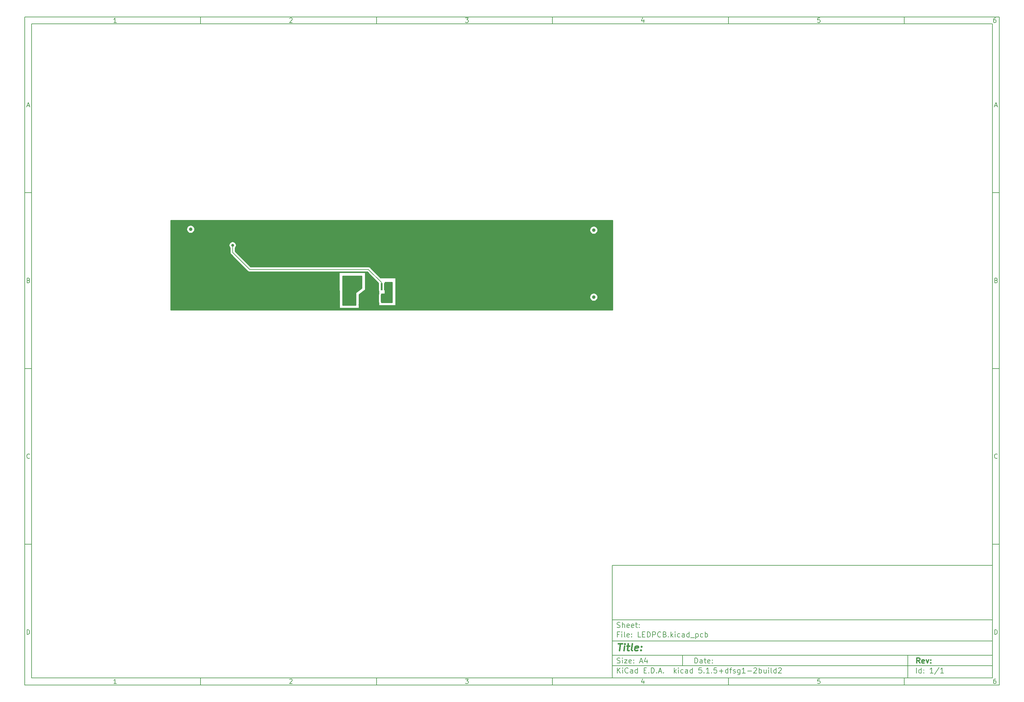
<source format=gbr>
G04 #@! TF.GenerationSoftware,KiCad,Pcbnew,5.1.5+dfsg1-2build2*
G04 #@! TF.CreationDate,2020-12-16T22:25:05+01:00*
G04 #@! TF.ProjectId,LEDPCB,4c454450-4342-42e6-9b69-6361645f7063,rev?*
G04 #@! TF.SameCoordinates,Original*
G04 #@! TF.FileFunction,Copper,L2,Bot*
G04 #@! TF.FilePolarity,Positive*
%FSLAX46Y46*%
G04 Gerber Fmt 4.6, Leading zero omitted, Abs format (unit mm)*
G04 Created by KiCad (PCBNEW 5.1.5+dfsg1-2build2) date 2020-12-16 22:25:05*
%MOMM*%
%LPD*%
G04 APERTURE LIST*
%ADD10C,0.100000*%
%ADD11C,0.150000*%
%ADD12C,0.300000*%
%ADD13C,0.400000*%
%ADD14R,0.500000X2.000000*%
%ADD15C,1.000000*%
%ADD16C,0.800000*%
%ADD17C,0.200000*%
%ADD18C,0.254000*%
G04 APERTURE END LIST*
D10*
D11*
X177002200Y-166007200D02*
X177002200Y-198007200D01*
X285002200Y-198007200D01*
X285002200Y-166007200D01*
X177002200Y-166007200D01*
D10*
D11*
X10000000Y-10000000D02*
X10000000Y-200007200D01*
X287002200Y-200007200D01*
X287002200Y-10000000D01*
X10000000Y-10000000D01*
D10*
D11*
X12000000Y-12000000D02*
X12000000Y-198007200D01*
X285002200Y-198007200D01*
X285002200Y-12000000D01*
X12000000Y-12000000D01*
D10*
D11*
X60000000Y-12000000D02*
X60000000Y-10000000D01*
D10*
D11*
X110000000Y-12000000D02*
X110000000Y-10000000D01*
D10*
D11*
X160000000Y-12000000D02*
X160000000Y-10000000D01*
D10*
D11*
X210000000Y-12000000D02*
X210000000Y-10000000D01*
D10*
D11*
X260000000Y-12000000D02*
X260000000Y-10000000D01*
D10*
D11*
X36065476Y-11588095D02*
X35322619Y-11588095D01*
X35694047Y-11588095D02*
X35694047Y-10288095D01*
X35570238Y-10473809D01*
X35446428Y-10597619D01*
X35322619Y-10659523D01*
D10*
D11*
X85322619Y-10411904D02*
X85384523Y-10350000D01*
X85508333Y-10288095D01*
X85817857Y-10288095D01*
X85941666Y-10350000D01*
X86003571Y-10411904D01*
X86065476Y-10535714D01*
X86065476Y-10659523D01*
X86003571Y-10845238D01*
X85260714Y-11588095D01*
X86065476Y-11588095D01*
D10*
D11*
X135260714Y-10288095D02*
X136065476Y-10288095D01*
X135632142Y-10783333D01*
X135817857Y-10783333D01*
X135941666Y-10845238D01*
X136003571Y-10907142D01*
X136065476Y-11030952D01*
X136065476Y-11340476D01*
X136003571Y-11464285D01*
X135941666Y-11526190D01*
X135817857Y-11588095D01*
X135446428Y-11588095D01*
X135322619Y-11526190D01*
X135260714Y-11464285D01*
D10*
D11*
X185941666Y-10721428D02*
X185941666Y-11588095D01*
X185632142Y-10226190D02*
X185322619Y-11154761D01*
X186127380Y-11154761D01*
D10*
D11*
X236003571Y-10288095D02*
X235384523Y-10288095D01*
X235322619Y-10907142D01*
X235384523Y-10845238D01*
X235508333Y-10783333D01*
X235817857Y-10783333D01*
X235941666Y-10845238D01*
X236003571Y-10907142D01*
X236065476Y-11030952D01*
X236065476Y-11340476D01*
X236003571Y-11464285D01*
X235941666Y-11526190D01*
X235817857Y-11588095D01*
X235508333Y-11588095D01*
X235384523Y-11526190D01*
X235322619Y-11464285D01*
D10*
D11*
X285941666Y-10288095D02*
X285694047Y-10288095D01*
X285570238Y-10350000D01*
X285508333Y-10411904D01*
X285384523Y-10597619D01*
X285322619Y-10845238D01*
X285322619Y-11340476D01*
X285384523Y-11464285D01*
X285446428Y-11526190D01*
X285570238Y-11588095D01*
X285817857Y-11588095D01*
X285941666Y-11526190D01*
X286003571Y-11464285D01*
X286065476Y-11340476D01*
X286065476Y-11030952D01*
X286003571Y-10907142D01*
X285941666Y-10845238D01*
X285817857Y-10783333D01*
X285570238Y-10783333D01*
X285446428Y-10845238D01*
X285384523Y-10907142D01*
X285322619Y-11030952D01*
D10*
D11*
X60000000Y-198007200D02*
X60000000Y-200007200D01*
D10*
D11*
X110000000Y-198007200D02*
X110000000Y-200007200D01*
D10*
D11*
X160000000Y-198007200D02*
X160000000Y-200007200D01*
D10*
D11*
X210000000Y-198007200D02*
X210000000Y-200007200D01*
D10*
D11*
X260000000Y-198007200D02*
X260000000Y-200007200D01*
D10*
D11*
X36065476Y-199595295D02*
X35322619Y-199595295D01*
X35694047Y-199595295D02*
X35694047Y-198295295D01*
X35570238Y-198481009D01*
X35446428Y-198604819D01*
X35322619Y-198666723D01*
D10*
D11*
X85322619Y-198419104D02*
X85384523Y-198357200D01*
X85508333Y-198295295D01*
X85817857Y-198295295D01*
X85941666Y-198357200D01*
X86003571Y-198419104D01*
X86065476Y-198542914D01*
X86065476Y-198666723D01*
X86003571Y-198852438D01*
X85260714Y-199595295D01*
X86065476Y-199595295D01*
D10*
D11*
X135260714Y-198295295D02*
X136065476Y-198295295D01*
X135632142Y-198790533D01*
X135817857Y-198790533D01*
X135941666Y-198852438D01*
X136003571Y-198914342D01*
X136065476Y-199038152D01*
X136065476Y-199347676D01*
X136003571Y-199471485D01*
X135941666Y-199533390D01*
X135817857Y-199595295D01*
X135446428Y-199595295D01*
X135322619Y-199533390D01*
X135260714Y-199471485D01*
D10*
D11*
X185941666Y-198728628D02*
X185941666Y-199595295D01*
X185632142Y-198233390D02*
X185322619Y-199161961D01*
X186127380Y-199161961D01*
D10*
D11*
X236003571Y-198295295D02*
X235384523Y-198295295D01*
X235322619Y-198914342D01*
X235384523Y-198852438D01*
X235508333Y-198790533D01*
X235817857Y-198790533D01*
X235941666Y-198852438D01*
X236003571Y-198914342D01*
X236065476Y-199038152D01*
X236065476Y-199347676D01*
X236003571Y-199471485D01*
X235941666Y-199533390D01*
X235817857Y-199595295D01*
X235508333Y-199595295D01*
X235384523Y-199533390D01*
X235322619Y-199471485D01*
D10*
D11*
X285941666Y-198295295D02*
X285694047Y-198295295D01*
X285570238Y-198357200D01*
X285508333Y-198419104D01*
X285384523Y-198604819D01*
X285322619Y-198852438D01*
X285322619Y-199347676D01*
X285384523Y-199471485D01*
X285446428Y-199533390D01*
X285570238Y-199595295D01*
X285817857Y-199595295D01*
X285941666Y-199533390D01*
X286003571Y-199471485D01*
X286065476Y-199347676D01*
X286065476Y-199038152D01*
X286003571Y-198914342D01*
X285941666Y-198852438D01*
X285817857Y-198790533D01*
X285570238Y-198790533D01*
X285446428Y-198852438D01*
X285384523Y-198914342D01*
X285322619Y-199038152D01*
D10*
D11*
X10000000Y-60000000D02*
X12000000Y-60000000D01*
D10*
D11*
X10000000Y-110000000D02*
X12000000Y-110000000D01*
D10*
D11*
X10000000Y-160000000D02*
X12000000Y-160000000D01*
D10*
D11*
X10690476Y-35216666D02*
X11309523Y-35216666D01*
X10566666Y-35588095D02*
X11000000Y-34288095D01*
X11433333Y-35588095D01*
D10*
D11*
X11092857Y-84907142D02*
X11278571Y-84969047D01*
X11340476Y-85030952D01*
X11402380Y-85154761D01*
X11402380Y-85340476D01*
X11340476Y-85464285D01*
X11278571Y-85526190D01*
X11154761Y-85588095D01*
X10659523Y-85588095D01*
X10659523Y-84288095D01*
X11092857Y-84288095D01*
X11216666Y-84350000D01*
X11278571Y-84411904D01*
X11340476Y-84535714D01*
X11340476Y-84659523D01*
X11278571Y-84783333D01*
X11216666Y-84845238D01*
X11092857Y-84907142D01*
X10659523Y-84907142D01*
D10*
D11*
X11402380Y-135464285D02*
X11340476Y-135526190D01*
X11154761Y-135588095D01*
X11030952Y-135588095D01*
X10845238Y-135526190D01*
X10721428Y-135402380D01*
X10659523Y-135278571D01*
X10597619Y-135030952D01*
X10597619Y-134845238D01*
X10659523Y-134597619D01*
X10721428Y-134473809D01*
X10845238Y-134350000D01*
X11030952Y-134288095D01*
X11154761Y-134288095D01*
X11340476Y-134350000D01*
X11402380Y-134411904D01*
D10*
D11*
X10659523Y-185588095D02*
X10659523Y-184288095D01*
X10969047Y-184288095D01*
X11154761Y-184350000D01*
X11278571Y-184473809D01*
X11340476Y-184597619D01*
X11402380Y-184845238D01*
X11402380Y-185030952D01*
X11340476Y-185278571D01*
X11278571Y-185402380D01*
X11154761Y-185526190D01*
X10969047Y-185588095D01*
X10659523Y-185588095D01*
D10*
D11*
X287002200Y-60000000D02*
X285002200Y-60000000D01*
D10*
D11*
X287002200Y-110000000D02*
X285002200Y-110000000D01*
D10*
D11*
X287002200Y-160000000D02*
X285002200Y-160000000D01*
D10*
D11*
X285692676Y-35216666D02*
X286311723Y-35216666D01*
X285568866Y-35588095D02*
X286002200Y-34288095D01*
X286435533Y-35588095D01*
D10*
D11*
X286095057Y-84907142D02*
X286280771Y-84969047D01*
X286342676Y-85030952D01*
X286404580Y-85154761D01*
X286404580Y-85340476D01*
X286342676Y-85464285D01*
X286280771Y-85526190D01*
X286156961Y-85588095D01*
X285661723Y-85588095D01*
X285661723Y-84288095D01*
X286095057Y-84288095D01*
X286218866Y-84350000D01*
X286280771Y-84411904D01*
X286342676Y-84535714D01*
X286342676Y-84659523D01*
X286280771Y-84783333D01*
X286218866Y-84845238D01*
X286095057Y-84907142D01*
X285661723Y-84907142D01*
D10*
D11*
X286404580Y-135464285D02*
X286342676Y-135526190D01*
X286156961Y-135588095D01*
X286033152Y-135588095D01*
X285847438Y-135526190D01*
X285723628Y-135402380D01*
X285661723Y-135278571D01*
X285599819Y-135030952D01*
X285599819Y-134845238D01*
X285661723Y-134597619D01*
X285723628Y-134473809D01*
X285847438Y-134350000D01*
X286033152Y-134288095D01*
X286156961Y-134288095D01*
X286342676Y-134350000D01*
X286404580Y-134411904D01*
D10*
D11*
X285661723Y-185588095D02*
X285661723Y-184288095D01*
X285971247Y-184288095D01*
X286156961Y-184350000D01*
X286280771Y-184473809D01*
X286342676Y-184597619D01*
X286404580Y-184845238D01*
X286404580Y-185030952D01*
X286342676Y-185278571D01*
X286280771Y-185402380D01*
X286156961Y-185526190D01*
X285971247Y-185588095D01*
X285661723Y-185588095D01*
D10*
D11*
X200434342Y-193785771D02*
X200434342Y-192285771D01*
X200791485Y-192285771D01*
X201005771Y-192357200D01*
X201148628Y-192500057D01*
X201220057Y-192642914D01*
X201291485Y-192928628D01*
X201291485Y-193142914D01*
X201220057Y-193428628D01*
X201148628Y-193571485D01*
X201005771Y-193714342D01*
X200791485Y-193785771D01*
X200434342Y-193785771D01*
X202577200Y-193785771D02*
X202577200Y-193000057D01*
X202505771Y-192857200D01*
X202362914Y-192785771D01*
X202077200Y-192785771D01*
X201934342Y-192857200D01*
X202577200Y-193714342D02*
X202434342Y-193785771D01*
X202077200Y-193785771D01*
X201934342Y-193714342D01*
X201862914Y-193571485D01*
X201862914Y-193428628D01*
X201934342Y-193285771D01*
X202077200Y-193214342D01*
X202434342Y-193214342D01*
X202577200Y-193142914D01*
X203077200Y-192785771D02*
X203648628Y-192785771D01*
X203291485Y-192285771D02*
X203291485Y-193571485D01*
X203362914Y-193714342D01*
X203505771Y-193785771D01*
X203648628Y-193785771D01*
X204720057Y-193714342D02*
X204577200Y-193785771D01*
X204291485Y-193785771D01*
X204148628Y-193714342D01*
X204077200Y-193571485D01*
X204077200Y-193000057D01*
X204148628Y-192857200D01*
X204291485Y-192785771D01*
X204577200Y-192785771D01*
X204720057Y-192857200D01*
X204791485Y-193000057D01*
X204791485Y-193142914D01*
X204077200Y-193285771D01*
X205434342Y-193642914D02*
X205505771Y-193714342D01*
X205434342Y-193785771D01*
X205362914Y-193714342D01*
X205434342Y-193642914D01*
X205434342Y-193785771D01*
X205434342Y-192857200D02*
X205505771Y-192928628D01*
X205434342Y-193000057D01*
X205362914Y-192928628D01*
X205434342Y-192857200D01*
X205434342Y-193000057D01*
D10*
D11*
X177002200Y-194507200D02*
X285002200Y-194507200D01*
D10*
D11*
X178434342Y-196585771D02*
X178434342Y-195085771D01*
X179291485Y-196585771D02*
X178648628Y-195728628D01*
X179291485Y-195085771D02*
X178434342Y-195942914D01*
X179934342Y-196585771D02*
X179934342Y-195585771D01*
X179934342Y-195085771D02*
X179862914Y-195157200D01*
X179934342Y-195228628D01*
X180005771Y-195157200D01*
X179934342Y-195085771D01*
X179934342Y-195228628D01*
X181505771Y-196442914D02*
X181434342Y-196514342D01*
X181220057Y-196585771D01*
X181077200Y-196585771D01*
X180862914Y-196514342D01*
X180720057Y-196371485D01*
X180648628Y-196228628D01*
X180577200Y-195942914D01*
X180577200Y-195728628D01*
X180648628Y-195442914D01*
X180720057Y-195300057D01*
X180862914Y-195157200D01*
X181077200Y-195085771D01*
X181220057Y-195085771D01*
X181434342Y-195157200D01*
X181505771Y-195228628D01*
X182791485Y-196585771D02*
X182791485Y-195800057D01*
X182720057Y-195657200D01*
X182577200Y-195585771D01*
X182291485Y-195585771D01*
X182148628Y-195657200D01*
X182791485Y-196514342D02*
X182648628Y-196585771D01*
X182291485Y-196585771D01*
X182148628Y-196514342D01*
X182077200Y-196371485D01*
X182077200Y-196228628D01*
X182148628Y-196085771D01*
X182291485Y-196014342D01*
X182648628Y-196014342D01*
X182791485Y-195942914D01*
X184148628Y-196585771D02*
X184148628Y-195085771D01*
X184148628Y-196514342D02*
X184005771Y-196585771D01*
X183720057Y-196585771D01*
X183577200Y-196514342D01*
X183505771Y-196442914D01*
X183434342Y-196300057D01*
X183434342Y-195871485D01*
X183505771Y-195728628D01*
X183577200Y-195657200D01*
X183720057Y-195585771D01*
X184005771Y-195585771D01*
X184148628Y-195657200D01*
X186005771Y-195800057D02*
X186505771Y-195800057D01*
X186720057Y-196585771D02*
X186005771Y-196585771D01*
X186005771Y-195085771D01*
X186720057Y-195085771D01*
X187362914Y-196442914D02*
X187434342Y-196514342D01*
X187362914Y-196585771D01*
X187291485Y-196514342D01*
X187362914Y-196442914D01*
X187362914Y-196585771D01*
X188077200Y-196585771D02*
X188077200Y-195085771D01*
X188434342Y-195085771D01*
X188648628Y-195157200D01*
X188791485Y-195300057D01*
X188862914Y-195442914D01*
X188934342Y-195728628D01*
X188934342Y-195942914D01*
X188862914Y-196228628D01*
X188791485Y-196371485D01*
X188648628Y-196514342D01*
X188434342Y-196585771D01*
X188077200Y-196585771D01*
X189577200Y-196442914D02*
X189648628Y-196514342D01*
X189577200Y-196585771D01*
X189505771Y-196514342D01*
X189577200Y-196442914D01*
X189577200Y-196585771D01*
X190220057Y-196157200D02*
X190934342Y-196157200D01*
X190077200Y-196585771D02*
X190577200Y-195085771D01*
X191077200Y-196585771D01*
X191577200Y-196442914D02*
X191648628Y-196514342D01*
X191577200Y-196585771D01*
X191505771Y-196514342D01*
X191577200Y-196442914D01*
X191577200Y-196585771D01*
X194577200Y-196585771D02*
X194577200Y-195085771D01*
X194720057Y-196014342D02*
X195148628Y-196585771D01*
X195148628Y-195585771D02*
X194577200Y-196157200D01*
X195791485Y-196585771D02*
X195791485Y-195585771D01*
X195791485Y-195085771D02*
X195720057Y-195157200D01*
X195791485Y-195228628D01*
X195862914Y-195157200D01*
X195791485Y-195085771D01*
X195791485Y-195228628D01*
X197148628Y-196514342D02*
X197005771Y-196585771D01*
X196720057Y-196585771D01*
X196577200Y-196514342D01*
X196505771Y-196442914D01*
X196434342Y-196300057D01*
X196434342Y-195871485D01*
X196505771Y-195728628D01*
X196577200Y-195657200D01*
X196720057Y-195585771D01*
X197005771Y-195585771D01*
X197148628Y-195657200D01*
X198434342Y-196585771D02*
X198434342Y-195800057D01*
X198362914Y-195657200D01*
X198220057Y-195585771D01*
X197934342Y-195585771D01*
X197791485Y-195657200D01*
X198434342Y-196514342D02*
X198291485Y-196585771D01*
X197934342Y-196585771D01*
X197791485Y-196514342D01*
X197720057Y-196371485D01*
X197720057Y-196228628D01*
X197791485Y-196085771D01*
X197934342Y-196014342D01*
X198291485Y-196014342D01*
X198434342Y-195942914D01*
X199791485Y-196585771D02*
X199791485Y-195085771D01*
X199791485Y-196514342D02*
X199648628Y-196585771D01*
X199362914Y-196585771D01*
X199220057Y-196514342D01*
X199148628Y-196442914D01*
X199077200Y-196300057D01*
X199077200Y-195871485D01*
X199148628Y-195728628D01*
X199220057Y-195657200D01*
X199362914Y-195585771D01*
X199648628Y-195585771D01*
X199791485Y-195657200D01*
X202362914Y-195085771D02*
X201648628Y-195085771D01*
X201577200Y-195800057D01*
X201648628Y-195728628D01*
X201791485Y-195657200D01*
X202148628Y-195657200D01*
X202291485Y-195728628D01*
X202362914Y-195800057D01*
X202434342Y-195942914D01*
X202434342Y-196300057D01*
X202362914Y-196442914D01*
X202291485Y-196514342D01*
X202148628Y-196585771D01*
X201791485Y-196585771D01*
X201648628Y-196514342D01*
X201577200Y-196442914D01*
X203077200Y-196442914D02*
X203148628Y-196514342D01*
X203077200Y-196585771D01*
X203005771Y-196514342D01*
X203077200Y-196442914D01*
X203077200Y-196585771D01*
X204577200Y-196585771D02*
X203720057Y-196585771D01*
X204148628Y-196585771D02*
X204148628Y-195085771D01*
X204005771Y-195300057D01*
X203862914Y-195442914D01*
X203720057Y-195514342D01*
X205220057Y-196442914D02*
X205291485Y-196514342D01*
X205220057Y-196585771D01*
X205148628Y-196514342D01*
X205220057Y-196442914D01*
X205220057Y-196585771D01*
X206648628Y-195085771D02*
X205934342Y-195085771D01*
X205862914Y-195800057D01*
X205934342Y-195728628D01*
X206077200Y-195657200D01*
X206434342Y-195657200D01*
X206577200Y-195728628D01*
X206648628Y-195800057D01*
X206720057Y-195942914D01*
X206720057Y-196300057D01*
X206648628Y-196442914D01*
X206577200Y-196514342D01*
X206434342Y-196585771D01*
X206077200Y-196585771D01*
X205934342Y-196514342D01*
X205862914Y-196442914D01*
X207362914Y-196014342D02*
X208505771Y-196014342D01*
X207934342Y-196585771D02*
X207934342Y-195442914D01*
X209862914Y-196585771D02*
X209862914Y-195085771D01*
X209862914Y-196514342D02*
X209720057Y-196585771D01*
X209434342Y-196585771D01*
X209291485Y-196514342D01*
X209220057Y-196442914D01*
X209148628Y-196300057D01*
X209148628Y-195871485D01*
X209220057Y-195728628D01*
X209291485Y-195657200D01*
X209434342Y-195585771D01*
X209720057Y-195585771D01*
X209862914Y-195657200D01*
X210362914Y-195585771D02*
X210934342Y-195585771D01*
X210577200Y-196585771D02*
X210577200Y-195300057D01*
X210648628Y-195157200D01*
X210791485Y-195085771D01*
X210934342Y-195085771D01*
X211362914Y-196514342D02*
X211505771Y-196585771D01*
X211791485Y-196585771D01*
X211934342Y-196514342D01*
X212005771Y-196371485D01*
X212005771Y-196300057D01*
X211934342Y-196157200D01*
X211791485Y-196085771D01*
X211577200Y-196085771D01*
X211434342Y-196014342D01*
X211362914Y-195871485D01*
X211362914Y-195800057D01*
X211434342Y-195657200D01*
X211577200Y-195585771D01*
X211791485Y-195585771D01*
X211934342Y-195657200D01*
X213291485Y-195585771D02*
X213291485Y-196800057D01*
X213220057Y-196942914D01*
X213148628Y-197014342D01*
X213005771Y-197085771D01*
X212791485Y-197085771D01*
X212648628Y-197014342D01*
X213291485Y-196514342D02*
X213148628Y-196585771D01*
X212862914Y-196585771D01*
X212720057Y-196514342D01*
X212648628Y-196442914D01*
X212577200Y-196300057D01*
X212577200Y-195871485D01*
X212648628Y-195728628D01*
X212720057Y-195657200D01*
X212862914Y-195585771D01*
X213148628Y-195585771D01*
X213291485Y-195657200D01*
X214791485Y-196585771D02*
X213934342Y-196585771D01*
X214362914Y-196585771D02*
X214362914Y-195085771D01*
X214220057Y-195300057D01*
X214077200Y-195442914D01*
X213934342Y-195514342D01*
X215434342Y-196014342D02*
X216577200Y-196014342D01*
X217220057Y-195228628D02*
X217291485Y-195157200D01*
X217434342Y-195085771D01*
X217791485Y-195085771D01*
X217934342Y-195157200D01*
X218005771Y-195228628D01*
X218077200Y-195371485D01*
X218077200Y-195514342D01*
X218005771Y-195728628D01*
X217148628Y-196585771D01*
X218077200Y-196585771D01*
X218720057Y-196585771D02*
X218720057Y-195085771D01*
X218720057Y-195657200D02*
X218862914Y-195585771D01*
X219148628Y-195585771D01*
X219291485Y-195657200D01*
X219362914Y-195728628D01*
X219434342Y-195871485D01*
X219434342Y-196300057D01*
X219362914Y-196442914D01*
X219291485Y-196514342D01*
X219148628Y-196585771D01*
X218862914Y-196585771D01*
X218720057Y-196514342D01*
X220720057Y-195585771D02*
X220720057Y-196585771D01*
X220077200Y-195585771D02*
X220077200Y-196371485D01*
X220148628Y-196514342D01*
X220291485Y-196585771D01*
X220505771Y-196585771D01*
X220648628Y-196514342D01*
X220720057Y-196442914D01*
X221434342Y-196585771D02*
X221434342Y-195585771D01*
X221434342Y-195085771D02*
X221362914Y-195157200D01*
X221434342Y-195228628D01*
X221505771Y-195157200D01*
X221434342Y-195085771D01*
X221434342Y-195228628D01*
X222362914Y-196585771D02*
X222220057Y-196514342D01*
X222148628Y-196371485D01*
X222148628Y-195085771D01*
X223577200Y-196585771D02*
X223577200Y-195085771D01*
X223577200Y-196514342D02*
X223434342Y-196585771D01*
X223148628Y-196585771D01*
X223005771Y-196514342D01*
X222934342Y-196442914D01*
X222862914Y-196300057D01*
X222862914Y-195871485D01*
X222934342Y-195728628D01*
X223005771Y-195657200D01*
X223148628Y-195585771D01*
X223434342Y-195585771D01*
X223577200Y-195657200D01*
X224220057Y-195228628D02*
X224291485Y-195157200D01*
X224434342Y-195085771D01*
X224791485Y-195085771D01*
X224934342Y-195157200D01*
X225005771Y-195228628D01*
X225077200Y-195371485D01*
X225077200Y-195514342D01*
X225005771Y-195728628D01*
X224148628Y-196585771D01*
X225077200Y-196585771D01*
D10*
D11*
X177002200Y-191507200D02*
X285002200Y-191507200D01*
D10*
D12*
X264411485Y-193785771D02*
X263911485Y-193071485D01*
X263554342Y-193785771D02*
X263554342Y-192285771D01*
X264125771Y-192285771D01*
X264268628Y-192357200D01*
X264340057Y-192428628D01*
X264411485Y-192571485D01*
X264411485Y-192785771D01*
X264340057Y-192928628D01*
X264268628Y-193000057D01*
X264125771Y-193071485D01*
X263554342Y-193071485D01*
X265625771Y-193714342D02*
X265482914Y-193785771D01*
X265197200Y-193785771D01*
X265054342Y-193714342D01*
X264982914Y-193571485D01*
X264982914Y-193000057D01*
X265054342Y-192857200D01*
X265197200Y-192785771D01*
X265482914Y-192785771D01*
X265625771Y-192857200D01*
X265697200Y-193000057D01*
X265697200Y-193142914D01*
X264982914Y-193285771D01*
X266197200Y-192785771D02*
X266554342Y-193785771D01*
X266911485Y-192785771D01*
X267482914Y-193642914D02*
X267554342Y-193714342D01*
X267482914Y-193785771D01*
X267411485Y-193714342D01*
X267482914Y-193642914D01*
X267482914Y-193785771D01*
X267482914Y-192857200D02*
X267554342Y-192928628D01*
X267482914Y-193000057D01*
X267411485Y-192928628D01*
X267482914Y-192857200D01*
X267482914Y-193000057D01*
D10*
D11*
X178362914Y-193714342D02*
X178577200Y-193785771D01*
X178934342Y-193785771D01*
X179077200Y-193714342D01*
X179148628Y-193642914D01*
X179220057Y-193500057D01*
X179220057Y-193357200D01*
X179148628Y-193214342D01*
X179077200Y-193142914D01*
X178934342Y-193071485D01*
X178648628Y-193000057D01*
X178505771Y-192928628D01*
X178434342Y-192857200D01*
X178362914Y-192714342D01*
X178362914Y-192571485D01*
X178434342Y-192428628D01*
X178505771Y-192357200D01*
X178648628Y-192285771D01*
X179005771Y-192285771D01*
X179220057Y-192357200D01*
X179862914Y-193785771D02*
X179862914Y-192785771D01*
X179862914Y-192285771D02*
X179791485Y-192357200D01*
X179862914Y-192428628D01*
X179934342Y-192357200D01*
X179862914Y-192285771D01*
X179862914Y-192428628D01*
X180434342Y-192785771D02*
X181220057Y-192785771D01*
X180434342Y-193785771D01*
X181220057Y-193785771D01*
X182362914Y-193714342D02*
X182220057Y-193785771D01*
X181934342Y-193785771D01*
X181791485Y-193714342D01*
X181720057Y-193571485D01*
X181720057Y-193000057D01*
X181791485Y-192857200D01*
X181934342Y-192785771D01*
X182220057Y-192785771D01*
X182362914Y-192857200D01*
X182434342Y-193000057D01*
X182434342Y-193142914D01*
X181720057Y-193285771D01*
X183077200Y-193642914D02*
X183148628Y-193714342D01*
X183077200Y-193785771D01*
X183005771Y-193714342D01*
X183077200Y-193642914D01*
X183077200Y-193785771D01*
X183077200Y-192857200D02*
X183148628Y-192928628D01*
X183077200Y-193000057D01*
X183005771Y-192928628D01*
X183077200Y-192857200D01*
X183077200Y-193000057D01*
X184862914Y-193357200D02*
X185577200Y-193357200D01*
X184720057Y-193785771D02*
X185220057Y-192285771D01*
X185720057Y-193785771D01*
X186862914Y-192785771D02*
X186862914Y-193785771D01*
X186505771Y-192214342D02*
X186148628Y-193285771D01*
X187077200Y-193285771D01*
D10*
D11*
X263434342Y-196585771D02*
X263434342Y-195085771D01*
X264791485Y-196585771D02*
X264791485Y-195085771D01*
X264791485Y-196514342D02*
X264648628Y-196585771D01*
X264362914Y-196585771D01*
X264220057Y-196514342D01*
X264148628Y-196442914D01*
X264077200Y-196300057D01*
X264077200Y-195871485D01*
X264148628Y-195728628D01*
X264220057Y-195657200D01*
X264362914Y-195585771D01*
X264648628Y-195585771D01*
X264791485Y-195657200D01*
X265505771Y-196442914D02*
X265577200Y-196514342D01*
X265505771Y-196585771D01*
X265434342Y-196514342D01*
X265505771Y-196442914D01*
X265505771Y-196585771D01*
X265505771Y-195657200D02*
X265577200Y-195728628D01*
X265505771Y-195800057D01*
X265434342Y-195728628D01*
X265505771Y-195657200D01*
X265505771Y-195800057D01*
X268148628Y-196585771D02*
X267291485Y-196585771D01*
X267720057Y-196585771D02*
X267720057Y-195085771D01*
X267577200Y-195300057D01*
X267434342Y-195442914D01*
X267291485Y-195514342D01*
X269862914Y-195014342D02*
X268577200Y-196942914D01*
X271148628Y-196585771D02*
X270291485Y-196585771D01*
X270720057Y-196585771D02*
X270720057Y-195085771D01*
X270577200Y-195300057D01*
X270434342Y-195442914D01*
X270291485Y-195514342D01*
D10*
D11*
X177002200Y-187507200D02*
X285002200Y-187507200D01*
D10*
D13*
X178714580Y-188211961D02*
X179857438Y-188211961D01*
X179036009Y-190211961D02*
X179286009Y-188211961D01*
X180274104Y-190211961D02*
X180440771Y-188878628D01*
X180524104Y-188211961D02*
X180416961Y-188307200D01*
X180500295Y-188402438D01*
X180607438Y-188307200D01*
X180524104Y-188211961D01*
X180500295Y-188402438D01*
X181107438Y-188878628D02*
X181869342Y-188878628D01*
X181476485Y-188211961D02*
X181262200Y-189926247D01*
X181333628Y-190116723D01*
X181512200Y-190211961D01*
X181702676Y-190211961D01*
X182655057Y-190211961D02*
X182476485Y-190116723D01*
X182405057Y-189926247D01*
X182619342Y-188211961D01*
X184190771Y-190116723D02*
X183988390Y-190211961D01*
X183607438Y-190211961D01*
X183428866Y-190116723D01*
X183357438Y-189926247D01*
X183452676Y-189164342D01*
X183571723Y-188973866D01*
X183774104Y-188878628D01*
X184155057Y-188878628D01*
X184333628Y-188973866D01*
X184405057Y-189164342D01*
X184381247Y-189354819D01*
X183405057Y-189545295D01*
X185155057Y-190021485D02*
X185238390Y-190116723D01*
X185131247Y-190211961D01*
X185047914Y-190116723D01*
X185155057Y-190021485D01*
X185131247Y-190211961D01*
X185286009Y-188973866D02*
X185369342Y-189069104D01*
X185262200Y-189164342D01*
X185178866Y-189069104D01*
X185286009Y-188973866D01*
X185262200Y-189164342D01*
D10*
D11*
X178934342Y-185600057D02*
X178434342Y-185600057D01*
X178434342Y-186385771D02*
X178434342Y-184885771D01*
X179148628Y-184885771D01*
X179720057Y-186385771D02*
X179720057Y-185385771D01*
X179720057Y-184885771D02*
X179648628Y-184957200D01*
X179720057Y-185028628D01*
X179791485Y-184957200D01*
X179720057Y-184885771D01*
X179720057Y-185028628D01*
X180648628Y-186385771D02*
X180505771Y-186314342D01*
X180434342Y-186171485D01*
X180434342Y-184885771D01*
X181791485Y-186314342D02*
X181648628Y-186385771D01*
X181362914Y-186385771D01*
X181220057Y-186314342D01*
X181148628Y-186171485D01*
X181148628Y-185600057D01*
X181220057Y-185457200D01*
X181362914Y-185385771D01*
X181648628Y-185385771D01*
X181791485Y-185457200D01*
X181862914Y-185600057D01*
X181862914Y-185742914D01*
X181148628Y-185885771D01*
X182505771Y-186242914D02*
X182577200Y-186314342D01*
X182505771Y-186385771D01*
X182434342Y-186314342D01*
X182505771Y-186242914D01*
X182505771Y-186385771D01*
X182505771Y-185457200D02*
X182577200Y-185528628D01*
X182505771Y-185600057D01*
X182434342Y-185528628D01*
X182505771Y-185457200D01*
X182505771Y-185600057D01*
X185077200Y-186385771D02*
X184362914Y-186385771D01*
X184362914Y-184885771D01*
X185577200Y-185600057D02*
X186077200Y-185600057D01*
X186291485Y-186385771D02*
X185577200Y-186385771D01*
X185577200Y-184885771D01*
X186291485Y-184885771D01*
X186934342Y-186385771D02*
X186934342Y-184885771D01*
X187291485Y-184885771D01*
X187505771Y-184957200D01*
X187648628Y-185100057D01*
X187720057Y-185242914D01*
X187791485Y-185528628D01*
X187791485Y-185742914D01*
X187720057Y-186028628D01*
X187648628Y-186171485D01*
X187505771Y-186314342D01*
X187291485Y-186385771D01*
X186934342Y-186385771D01*
X188434342Y-186385771D02*
X188434342Y-184885771D01*
X189005771Y-184885771D01*
X189148628Y-184957200D01*
X189220057Y-185028628D01*
X189291485Y-185171485D01*
X189291485Y-185385771D01*
X189220057Y-185528628D01*
X189148628Y-185600057D01*
X189005771Y-185671485D01*
X188434342Y-185671485D01*
X190791485Y-186242914D02*
X190720057Y-186314342D01*
X190505771Y-186385771D01*
X190362914Y-186385771D01*
X190148628Y-186314342D01*
X190005771Y-186171485D01*
X189934342Y-186028628D01*
X189862914Y-185742914D01*
X189862914Y-185528628D01*
X189934342Y-185242914D01*
X190005771Y-185100057D01*
X190148628Y-184957200D01*
X190362914Y-184885771D01*
X190505771Y-184885771D01*
X190720057Y-184957200D01*
X190791485Y-185028628D01*
X191934342Y-185600057D02*
X192148628Y-185671485D01*
X192220057Y-185742914D01*
X192291485Y-185885771D01*
X192291485Y-186100057D01*
X192220057Y-186242914D01*
X192148628Y-186314342D01*
X192005771Y-186385771D01*
X191434342Y-186385771D01*
X191434342Y-184885771D01*
X191934342Y-184885771D01*
X192077200Y-184957200D01*
X192148628Y-185028628D01*
X192220057Y-185171485D01*
X192220057Y-185314342D01*
X192148628Y-185457200D01*
X192077200Y-185528628D01*
X191934342Y-185600057D01*
X191434342Y-185600057D01*
X192934342Y-186242914D02*
X193005771Y-186314342D01*
X192934342Y-186385771D01*
X192862914Y-186314342D01*
X192934342Y-186242914D01*
X192934342Y-186385771D01*
X193648628Y-186385771D02*
X193648628Y-184885771D01*
X193791485Y-185814342D02*
X194220057Y-186385771D01*
X194220057Y-185385771D02*
X193648628Y-185957200D01*
X194862914Y-186385771D02*
X194862914Y-185385771D01*
X194862914Y-184885771D02*
X194791485Y-184957200D01*
X194862914Y-185028628D01*
X194934342Y-184957200D01*
X194862914Y-184885771D01*
X194862914Y-185028628D01*
X196220057Y-186314342D02*
X196077200Y-186385771D01*
X195791485Y-186385771D01*
X195648628Y-186314342D01*
X195577200Y-186242914D01*
X195505771Y-186100057D01*
X195505771Y-185671485D01*
X195577200Y-185528628D01*
X195648628Y-185457200D01*
X195791485Y-185385771D01*
X196077200Y-185385771D01*
X196220057Y-185457200D01*
X197505771Y-186385771D02*
X197505771Y-185600057D01*
X197434342Y-185457200D01*
X197291485Y-185385771D01*
X197005771Y-185385771D01*
X196862914Y-185457200D01*
X197505771Y-186314342D02*
X197362914Y-186385771D01*
X197005771Y-186385771D01*
X196862914Y-186314342D01*
X196791485Y-186171485D01*
X196791485Y-186028628D01*
X196862914Y-185885771D01*
X197005771Y-185814342D01*
X197362914Y-185814342D01*
X197505771Y-185742914D01*
X198862914Y-186385771D02*
X198862914Y-184885771D01*
X198862914Y-186314342D02*
X198720057Y-186385771D01*
X198434342Y-186385771D01*
X198291485Y-186314342D01*
X198220057Y-186242914D01*
X198148628Y-186100057D01*
X198148628Y-185671485D01*
X198220057Y-185528628D01*
X198291485Y-185457200D01*
X198434342Y-185385771D01*
X198720057Y-185385771D01*
X198862914Y-185457200D01*
X199220057Y-186528628D02*
X200362914Y-186528628D01*
X200720057Y-185385771D02*
X200720057Y-186885771D01*
X200720057Y-185457200D02*
X200862914Y-185385771D01*
X201148628Y-185385771D01*
X201291485Y-185457200D01*
X201362914Y-185528628D01*
X201434342Y-185671485D01*
X201434342Y-186100057D01*
X201362914Y-186242914D01*
X201291485Y-186314342D01*
X201148628Y-186385771D01*
X200862914Y-186385771D01*
X200720057Y-186314342D01*
X202720057Y-186314342D02*
X202577200Y-186385771D01*
X202291485Y-186385771D01*
X202148628Y-186314342D01*
X202077200Y-186242914D01*
X202005771Y-186100057D01*
X202005771Y-185671485D01*
X202077200Y-185528628D01*
X202148628Y-185457200D01*
X202291485Y-185385771D01*
X202577200Y-185385771D01*
X202720057Y-185457200D01*
X203362914Y-186385771D02*
X203362914Y-184885771D01*
X203362914Y-185457200D02*
X203505771Y-185385771D01*
X203791485Y-185385771D01*
X203934342Y-185457200D01*
X204005771Y-185528628D01*
X204077200Y-185671485D01*
X204077200Y-186100057D01*
X204005771Y-186242914D01*
X203934342Y-186314342D01*
X203791485Y-186385771D01*
X203505771Y-186385771D01*
X203362914Y-186314342D01*
D10*
D11*
X177002200Y-181507200D02*
X285002200Y-181507200D01*
D10*
D11*
X178362914Y-183614342D02*
X178577200Y-183685771D01*
X178934342Y-183685771D01*
X179077200Y-183614342D01*
X179148628Y-183542914D01*
X179220057Y-183400057D01*
X179220057Y-183257200D01*
X179148628Y-183114342D01*
X179077200Y-183042914D01*
X178934342Y-182971485D01*
X178648628Y-182900057D01*
X178505771Y-182828628D01*
X178434342Y-182757200D01*
X178362914Y-182614342D01*
X178362914Y-182471485D01*
X178434342Y-182328628D01*
X178505771Y-182257200D01*
X178648628Y-182185771D01*
X179005771Y-182185771D01*
X179220057Y-182257200D01*
X179862914Y-183685771D02*
X179862914Y-182185771D01*
X180505771Y-183685771D02*
X180505771Y-182900057D01*
X180434342Y-182757200D01*
X180291485Y-182685771D01*
X180077200Y-182685771D01*
X179934342Y-182757200D01*
X179862914Y-182828628D01*
X181791485Y-183614342D02*
X181648628Y-183685771D01*
X181362914Y-183685771D01*
X181220057Y-183614342D01*
X181148628Y-183471485D01*
X181148628Y-182900057D01*
X181220057Y-182757200D01*
X181362914Y-182685771D01*
X181648628Y-182685771D01*
X181791485Y-182757200D01*
X181862914Y-182900057D01*
X181862914Y-183042914D01*
X181148628Y-183185771D01*
X183077200Y-183614342D02*
X182934342Y-183685771D01*
X182648628Y-183685771D01*
X182505771Y-183614342D01*
X182434342Y-183471485D01*
X182434342Y-182900057D01*
X182505771Y-182757200D01*
X182648628Y-182685771D01*
X182934342Y-182685771D01*
X183077200Y-182757200D01*
X183148628Y-182900057D01*
X183148628Y-183042914D01*
X182434342Y-183185771D01*
X183577200Y-182685771D02*
X184148628Y-182685771D01*
X183791485Y-182185771D02*
X183791485Y-183471485D01*
X183862914Y-183614342D01*
X184005771Y-183685771D01*
X184148628Y-183685771D01*
X184648628Y-183542914D02*
X184720057Y-183614342D01*
X184648628Y-183685771D01*
X184577200Y-183614342D01*
X184648628Y-183542914D01*
X184648628Y-183685771D01*
X184648628Y-182757200D02*
X184720057Y-182828628D01*
X184648628Y-182900057D01*
X184577200Y-182828628D01*
X184648628Y-182757200D01*
X184648628Y-182900057D01*
D10*
D11*
X197002200Y-191507200D02*
X197002200Y-194507200D01*
D10*
D11*
X261002200Y-191507200D02*
X261002200Y-198007200D01*
G04 #@! TA.AperFunction,SMDPad,CuDef*
D10*
G36*
X108162004Y-85105204D02*
G01*
X108186273Y-85108804D01*
X108210071Y-85114765D01*
X108233171Y-85123030D01*
X108255349Y-85133520D01*
X108276393Y-85146133D01*
X108296098Y-85160747D01*
X108314277Y-85177223D01*
X108330753Y-85195402D01*
X108345367Y-85215107D01*
X108357980Y-85236151D01*
X108368470Y-85258329D01*
X108376735Y-85281429D01*
X108382696Y-85305227D01*
X108386296Y-85329496D01*
X108387500Y-85354000D01*
X108387500Y-86604000D01*
X108386296Y-86628504D01*
X108382696Y-86652773D01*
X108376735Y-86676571D01*
X108368470Y-86699671D01*
X108357980Y-86721849D01*
X108345367Y-86742893D01*
X108330753Y-86762598D01*
X108314277Y-86780777D01*
X108296098Y-86797253D01*
X108276393Y-86811867D01*
X108255349Y-86824480D01*
X108233171Y-86834970D01*
X108210071Y-86843235D01*
X108186273Y-86849196D01*
X108162004Y-86852796D01*
X108137500Y-86854000D01*
X107387500Y-86854000D01*
X107362996Y-86852796D01*
X107338727Y-86849196D01*
X107314929Y-86843235D01*
X107291829Y-86834970D01*
X107269651Y-86824480D01*
X107248607Y-86811867D01*
X107228902Y-86797253D01*
X107210723Y-86780777D01*
X107194247Y-86762598D01*
X107179633Y-86742893D01*
X107167020Y-86721849D01*
X107156530Y-86699671D01*
X107148265Y-86676571D01*
X107142304Y-86652773D01*
X107138704Y-86628504D01*
X107137500Y-86604000D01*
X107137500Y-85354000D01*
X107138704Y-85329496D01*
X107142304Y-85305227D01*
X107148265Y-85281429D01*
X107156530Y-85258329D01*
X107167020Y-85236151D01*
X107179633Y-85215107D01*
X107194247Y-85195402D01*
X107210723Y-85177223D01*
X107228902Y-85160747D01*
X107248607Y-85146133D01*
X107269651Y-85133520D01*
X107291829Y-85123030D01*
X107314929Y-85114765D01*
X107338727Y-85108804D01*
X107362996Y-85105204D01*
X107387500Y-85104000D01*
X108137500Y-85104000D01*
X108162004Y-85105204D01*
G37*
G04 #@! TD.AperFunction*
G04 #@! TA.AperFunction,SMDPad,CuDef*
G36*
X105362004Y-85105204D02*
G01*
X105386273Y-85108804D01*
X105410071Y-85114765D01*
X105433171Y-85123030D01*
X105455349Y-85133520D01*
X105476393Y-85146133D01*
X105496098Y-85160747D01*
X105514277Y-85177223D01*
X105530753Y-85195402D01*
X105545367Y-85215107D01*
X105557980Y-85236151D01*
X105568470Y-85258329D01*
X105576735Y-85281429D01*
X105582696Y-85305227D01*
X105586296Y-85329496D01*
X105587500Y-85354000D01*
X105587500Y-86604000D01*
X105586296Y-86628504D01*
X105582696Y-86652773D01*
X105576735Y-86676571D01*
X105568470Y-86699671D01*
X105557980Y-86721849D01*
X105545367Y-86742893D01*
X105530753Y-86762598D01*
X105514277Y-86780777D01*
X105496098Y-86797253D01*
X105476393Y-86811867D01*
X105455349Y-86824480D01*
X105433171Y-86834970D01*
X105410071Y-86843235D01*
X105386273Y-86849196D01*
X105362004Y-86852796D01*
X105337500Y-86854000D01*
X104587500Y-86854000D01*
X104562996Y-86852796D01*
X104538727Y-86849196D01*
X104514929Y-86843235D01*
X104491829Y-86834970D01*
X104469651Y-86824480D01*
X104448607Y-86811867D01*
X104428902Y-86797253D01*
X104410723Y-86780777D01*
X104394247Y-86762598D01*
X104379633Y-86742893D01*
X104367020Y-86721849D01*
X104356530Y-86699671D01*
X104348265Y-86676571D01*
X104342304Y-86652773D01*
X104338704Y-86628504D01*
X104337500Y-86604000D01*
X104337500Y-85354000D01*
X104338704Y-85329496D01*
X104342304Y-85305227D01*
X104348265Y-85281429D01*
X104356530Y-85258329D01*
X104367020Y-85236151D01*
X104379633Y-85215107D01*
X104394247Y-85195402D01*
X104410723Y-85177223D01*
X104428902Y-85160747D01*
X104448607Y-85146133D01*
X104469651Y-85133520D01*
X104491829Y-85123030D01*
X104514929Y-85114765D01*
X104538727Y-85108804D01*
X104562996Y-85105204D01*
X104587500Y-85104000D01*
X105337500Y-85104000D01*
X105362004Y-85105204D01*
G37*
G04 #@! TD.AperFunction*
D14*
X110426500Y-86741000D03*
X110426500Y-90041000D03*
X111426500Y-86741000D03*
X111426500Y-90041000D03*
X112426500Y-86741000D03*
X112426500Y-90041000D03*
G04 #@! TA.AperFunction,SMDPad,CuDef*
D10*
G36*
X108049504Y-88488204D02*
G01*
X108073773Y-88491804D01*
X108097571Y-88497765D01*
X108120671Y-88506030D01*
X108142849Y-88516520D01*
X108163893Y-88529133D01*
X108183598Y-88543747D01*
X108201777Y-88560223D01*
X108218253Y-88578402D01*
X108232867Y-88598107D01*
X108245480Y-88619151D01*
X108255970Y-88641329D01*
X108264235Y-88664429D01*
X108270196Y-88688227D01*
X108273796Y-88712496D01*
X108275000Y-88737000D01*
X108275000Y-90587000D01*
X108273796Y-90611504D01*
X108270196Y-90635773D01*
X108264235Y-90659571D01*
X108255970Y-90682671D01*
X108245480Y-90704849D01*
X108232867Y-90725893D01*
X108218253Y-90745598D01*
X108201777Y-90763777D01*
X108183598Y-90780253D01*
X108163893Y-90794867D01*
X108142849Y-90807480D01*
X108120671Y-90817970D01*
X108097571Y-90826235D01*
X108073773Y-90832196D01*
X108049504Y-90835796D01*
X108025000Y-90837000D01*
X106450000Y-90837000D01*
X106425496Y-90835796D01*
X106401227Y-90832196D01*
X106377429Y-90826235D01*
X106354329Y-90817970D01*
X106332151Y-90807480D01*
X106311107Y-90794867D01*
X106291402Y-90780253D01*
X106273223Y-90763777D01*
X106256747Y-90745598D01*
X106242133Y-90725893D01*
X106229520Y-90704849D01*
X106219030Y-90682671D01*
X106210765Y-90659571D01*
X106204804Y-90635773D01*
X106201204Y-90611504D01*
X106200000Y-90587000D01*
X106200000Y-88737000D01*
X106201204Y-88712496D01*
X106204804Y-88688227D01*
X106210765Y-88664429D01*
X106219030Y-88641329D01*
X106229520Y-88619151D01*
X106242133Y-88598107D01*
X106256747Y-88578402D01*
X106273223Y-88560223D01*
X106291402Y-88543747D01*
X106311107Y-88529133D01*
X106332151Y-88516520D01*
X106354329Y-88506030D01*
X106377429Y-88497765D01*
X106401227Y-88491804D01*
X106425496Y-88488204D01*
X106450000Y-88487000D01*
X108025000Y-88487000D01*
X108049504Y-88488204D01*
G37*
G04 #@! TD.AperFunction*
G04 #@! TA.AperFunction,SMDPad,CuDef*
G36*
X103124504Y-88488204D02*
G01*
X103148773Y-88491804D01*
X103172571Y-88497765D01*
X103195671Y-88506030D01*
X103217849Y-88516520D01*
X103238893Y-88529133D01*
X103258598Y-88543747D01*
X103276777Y-88560223D01*
X103293253Y-88578402D01*
X103307867Y-88598107D01*
X103320480Y-88619151D01*
X103330970Y-88641329D01*
X103339235Y-88664429D01*
X103345196Y-88688227D01*
X103348796Y-88712496D01*
X103350000Y-88737000D01*
X103350000Y-90587000D01*
X103348796Y-90611504D01*
X103345196Y-90635773D01*
X103339235Y-90659571D01*
X103330970Y-90682671D01*
X103320480Y-90704849D01*
X103307867Y-90725893D01*
X103293253Y-90745598D01*
X103276777Y-90763777D01*
X103258598Y-90780253D01*
X103238893Y-90794867D01*
X103217849Y-90807480D01*
X103195671Y-90817970D01*
X103172571Y-90826235D01*
X103148773Y-90832196D01*
X103124504Y-90835796D01*
X103100000Y-90837000D01*
X101525000Y-90837000D01*
X101500496Y-90835796D01*
X101476227Y-90832196D01*
X101452429Y-90826235D01*
X101429329Y-90817970D01*
X101407151Y-90807480D01*
X101386107Y-90794867D01*
X101366402Y-90780253D01*
X101348223Y-90763777D01*
X101331747Y-90745598D01*
X101317133Y-90725893D01*
X101304520Y-90704849D01*
X101294030Y-90682671D01*
X101285765Y-90659571D01*
X101279804Y-90635773D01*
X101276204Y-90611504D01*
X101275000Y-90587000D01*
X101275000Y-88737000D01*
X101276204Y-88712496D01*
X101279804Y-88688227D01*
X101285765Y-88664429D01*
X101294030Y-88641329D01*
X101304520Y-88619151D01*
X101317133Y-88598107D01*
X101331747Y-88578402D01*
X101348223Y-88560223D01*
X101366402Y-88543747D01*
X101386107Y-88529133D01*
X101407151Y-88516520D01*
X101429329Y-88506030D01*
X101452429Y-88497765D01*
X101476227Y-88491804D01*
X101500496Y-88488204D01*
X101525000Y-88487000D01*
X103100000Y-88487000D01*
X103124504Y-88488204D01*
G37*
G04 #@! TD.AperFunction*
D15*
X171704000Y-70612000D03*
X57150000Y-70358000D03*
X171704000Y-89662000D03*
D16*
X98450400Y-75158600D03*
X78409800Y-75488800D03*
X88442800Y-75311000D03*
X138531600Y-75412600D03*
X128422400Y-75285600D03*
X148513800Y-75285600D03*
X158394400Y-75260200D03*
X75133200Y-79375000D03*
X65049400Y-79400400D03*
X94970600Y-79375000D03*
X104978200Y-79375000D03*
X114858800Y-79400400D03*
X124993400Y-79349600D03*
X134696200Y-79476600D03*
X144881600Y-79451200D03*
X154838400Y-79425800D03*
X166522400Y-84277200D03*
X78486000Y-88925400D03*
X88493600Y-89027000D03*
X98602800Y-88900000D03*
X118389400Y-75082400D03*
X118440200Y-88976200D03*
X128498600Y-88925400D03*
X138506200Y-89027000D03*
X148412200Y-89027000D03*
X158546800Y-88976200D03*
X57531000Y-85471000D03*
X84937600Y-79552800D03*
X108305600Y-75285600D03*
X105283000Y-91884500D03*
X113792000Y-86106000D03*
X113792000Y-87122000D03*
X113792000Y-88138000D03*
X113792000Y-89154000D03*
X113792000Y-90170000D03*
X101600000Y-85090000D03*
X102870000Y-85090000D03*
X102870000Y-86360000D03*
X101600000Y-86360000D03*
X69088000Y-74930000D03*
D17*
X111426500Y-85541000D02*
X107673500Y-81788000D01*
X111426500Y-86741000D02*
X111426500Y-85541000D01*
X107673500Y-81788000D02*
X76510198Y-81788000D01*
X76510198Y-81788000D02*
X73914000Y-81788000D01*
X69088000Y-76962000D02*
X69088000Y-74930000D01*
X73914000Y-81788000D02*
X69088000Y-76962000D01*
D18*
G36*
X114401058Y-91186000D02*
G01*
X111379000Y-91186000D01*
X111379000Y-88798400D01*
X112268000Y-88798400D01*
X112292776Y-88795960D01*
X112316601Y-88788733D01*
X112338557Y-88776997D01*
X112357803Y-88761203D01*
X112373597Y-88741957D01*
X112385333Y-88720001D01*
X112392560Y-88696176D01*
X112395000Y-88671400D01*
X112395000Y-85471000D01*
X114376739Y-85471000D01*
X114401058Y-91186000D01*
G37*
X114401058Y-91186000D02*
X111379000Y-91186000D01*
X111379000Y-88798400D01*
X112268000Y-88798400D01*
X112292776Y-88795960D01*
X112316601Y-88788733D01*
X112338557Y-88776997D01*
X112357803Y-88761203D01*
X112373597Y-88741957D01*
X112385333Y-88720001D01*
X112392560Y-88696176D01*
X112395000Y-88671400D01*
X112395000Y-85471000D01*
X114376739Y-85471000D01*
X114401058Y-91186000D01*
G36*
X105740200Y-87123800D02*
G01*
X104125003Y-88393764D01*
X104107034Y-88410996D01*
X104092773Y-88431403D01*
X104082766Y-88454200D01*
X104077400Y-88478511D01*
X104076500Y-88493600D01*
X104076500Y-92011500D01*
X100330000Y-92011500D01*
X100330000Y-83693000D01*
X105740200Y-83693000D01*
X105740200Y-87123800D01*
G37*
X105740200Y-87123800D02*
X104125003Y-88393764D01*
X104107034Y-88410996D01*
X104092773Y-88431403D01*
X104082766Y-88454200D01*
X104077400Y-88478511D01*
X104076500Y-88493600D01*
X104076500Y-92011500D01*
X100330000Y-92011500D01*
X100330000Y-83693000D01*
X105740200Y-83693000D01*
X105740200Y-87123800D01*
G36*
X177065001Y-93342192D02*
G01*
X51529270Y-93342192D01*
X51529270Y-82804326D01*
X99364800Y-82804326D01*
X99390200Y-92710326D01*
X99392704Y-92735096D01*
X99399992Y-92758901D01*
X99411785Y-92780828D01*
X99427628Y-92800033D01*
X99446914Y-92815777D01*
X99468900Y-92827457D01*
X99492743Y-92834623D01*
X99517200Y-92837000D01*
X104902000Y-92837000D01*
X104926776Y-92834560D01*
X104950601Y-92827333D01*
X104972557Y-92815597D01*
X104991803Y-92799803D01*
X105007597Y-92780557D01*
X105019333Y-92758601D01*
X105026560Y-92734776D01*
X105029000Y-92710000D01*
X105029000Y-88961039D01*
X106759336Y-87576770D01*
X106777159Y-87559387D01*
X106791248Y-87538861D01*
X106801062Y-87515980D01*
X106806223Y-87491625D01*
X106807000Y-87477600D01*
X106807000Y-82804000D01*
X106804560Y-82779224D01*
X106797333Y-82755399D01*
X106785597Y-82733443D01*
X106769803Y-82714197D01*
X106750557Y-82698403D01*
X106728601Y-82686667D01*
X106704776Y-82679440D01*
X106680000Y-82677000D01*
X99491800Y-82677000D01*
X99467024Y-82679440D01*
X99443199Y-82686667D01*
X99421243Y-82698403D01*
X99401997Y-82714197D01*
X99386203Y-82733443D01*
X99374467Y-82755399D01*
X99367240Y-82779224D01*
X99364800Y-82804326D01*
X51529270Y-82804326D01*
X51529270Y-74828061D01*
X68053000Y-74828061D01*
X68053000Y-75031939D01*
X68092774Y-75231898D01*
X68170795Y-75420256D01*
X68284063Y-75589774D01*
X68353001Y-75658712D01*
X68353000Y-76925895D01*
X68349444Y-76962000D01*
X68353000Y-76998104D01*
X68363635Y-77106084D01*
X68405663Y-77244632D01*
X68473913Y-77372319D01*
X68565762Y-77484237D01*
X68593808Y-77507254D01*
X73368746Y-82282193D01*
X73391762Y-82310238D01*
X73419806Y-82333253D01*
X73503680Y-82402087D01*
X73631366Y-82470337D01*
X73769915Y-82512365D01*
X73914000Y-82526556D01*
X73950105Y-82523000D01*
X107369054Y-82523000D01*
X110542788Y-85696735D01*
X110538428Y-85741000D01*
X110538428Y-87741000D01*
X110550688Y-87865482D01*
X110586998Y-87985180D01*
X110617000Y-88041309D01*
X110617000Y-88740691D01*
X110586998Y-88796820D01*
X110550688Y-88916518D01*
X110538428Y-89041000D01*
X110538428Y-91041000D01*
X110550688Y-91165482D01*
X110586998Y-91285180D01*
X110617000Y-91341309D01*
X110617000Y-91948000D01*
X110619440Y-91972776D01*
X110626667Y-91996601D01*
X110638403Y-92018557D01*
X110654197Y-92037803D01*
X110673443Y-92053597D01*
X110695399Y-92065333D01*
X110719224Y-92072560D01*
X110744000Y-92075000D01*
X115316000Y-92075000D01*
X115340776Y-92072560D01*
X115364601Y-92065333D01*
X115386557Y-92053597D01*
X115405803Y-92037803D01*
X115421597Y-92018557D01*
X115433333Y-91996601D01*
X115440560Y-91972776D01*
X115443000Y-91948000D01*
X115443000Y-89550212D01*
X170569000Y-89550212D01*
X170569000Y-89773788D01*
X170612617Y-89993067D01*
X170698176Y-90199624D01*
X170822388Y-90385520D01*
X170980480Y-90543612D01*
X171166376Y-90667824D01*
X171372933Y-90753383D01*
X171592212Y-90797000D01*
X171815788Y-90797000D01*
X172035067Y-90753383D01*
X172241624Y-90667824D01*
X172427520Y-90543612D01*
X172585612Y-90385520D01*
X172709824Y-90199624D01*
X172795383Y-89993067D01*
X172839000Y-89773788D01*
X172839000Y-89550212D01*
X172795383Y-89330933D01*
X172709824Y-89124376D01*
X172585612Y-88938480D01*
X172427520Y-88780388D01*
X172241624Y-88656176D01*
X172035067Y-88570617D01*
X171815788Y-88527000D01*
X171592212Y-88527000D01*
X171372933Y-88570617D01*
X171166376Y-88656176D01*
X170980480Y-88780388D01*
X170822388Y-88938480D01*
X170698176Y-89124376D01*
X170612617Y-89330933D01*
X170569000Y-89550212D01*
X115443000Y-89550212D01*
X115443000Y-84328000D01*
X115440560Y-84303224D01*
X115433333Y-84279399D01*
X115421597Y-84257443D01*
X115405803Y-84238197D01*
X115386557Y-84222403D01*
X115364601Y-84210667D01*
X115340776Y-84203440D01*
X115316000Y-84201000D01*
X111125947Y-84201000D01*
X108218759Y-81293813D01*
X108195738Y-81265762D01*
X108083820Y-81173913D01*
X107956133Y-81105663D01*
X107817585Y-81063635D01*
X107709605Y-81053000D01*
X107673500Y-81049444D01*
X107637395Y-81053000D01*
X74218447Y-81053000D01*
X69823000Y-76657554D01*
X69823000Y-75658711D01*
X69891937Y-75589774D01*
X70005205Y-75420256D01*
X70083226Y-75231898D01*
X70123000Y-75031939D01*
X70123000Y-74828061D01*
X70083226Y-74628102D01*
X70005205Y-74439744D01*
X69891937Y-74270226D01*
X69747774Y-74126063D01*
X69578256Y-74012795D01*
X69389898Y-73934774D01*
X69189939Y-73895000D01*
X68986061Y-73895000D01*
X68786102Y-73934774D01*
X68597744Y-74012795D01*
X68428226Y-74126063D01*
X68284063Y-74270226D01*
X68170795Y-74439744D01*
X68092774Y-74628102D01*
X68053000Y-74828061D01*
X51529270Y-74828061D01*
X51529270Y-70246212D01*
X56015000Y-70246212D01*
X56015000Y-70469788D01*
X56058617Y-70689067D01*
X56144176Y-70895624D01*
X56268388Y-71081520D01*
X56426480Y-71239612D01*
X56612376Y-71363824D01*
X56818933Y-71449383D01*
X57038212Y-71493000D01*
X57261788Y-71493000D01*
X57481067Y-71449383D01*
X57687624Y-71363824D01*
X57873520Y-71239612D01*
X58031612Y-71081520D01*
X58155824Y-70895624D01*
X58241383Y-70689067D01*
X58278948Y-70500212D01*
X170569000Y-70500212D01*
X170569000Y-70723788D01*
X170612617Y-70943067D01*
X170698176Y-71149624D01*
X170822388Y-71335520D01*
X170980480Y-71493612D01*
X171166376Y-71617824D01*
X171372933Y-71703383D01*
X171592212Y-71747000D01*
X171815788Y-71747000D01*
X172035067Y-71703383D01*
X172241624Y-71617824D01*
X172427520Y-71493612D01*
X172585612Y-71335520D01*
X172709824Y-71149624D01*
X172795383Y-70943067D01*
X172839000Y-70723788D01*
X172839000Y-70500212D01*
X172795383Y-70280933D01*
X172709824Y-70074376D01*
X172585612Y-69888480D01*
X172427520Y-69730388D01*
X172241624Y-69606176D01*
X172035067Y-69520617D01*
X171815788Y-69477000D01*
X171592212Y-69477000D01*
X171372933Y-69520617D01*
X171166376Y-69606176D01*
X170980480Y-69730388D01*
X170822388Y-69888480D01*
X170698176Y-70074376D01*
X170612617Y-70280933D01*
X170569000Y-70500212D01*
X58278948Y-70500212D01*
X58285000Y-70469788D01*
X58285000Y-70246212D01*
X58241383Y-70026933D01*
X58155824Y-69820376D01*
X58031612Y-69634480D01*
X57873520Y-69476388D01*
X57687624Y-69352176D01*
X57481067Y-69266617D01*
X57261788Y-69223000D01*
X57038212Y-69223000D01*
X56818933Y-69266617D01*
X56612376Y-69352176D01*
X56426480Y-69476388D01*
X56268388Y-69634480D01*
X56144176Y-69820376D01*
X56058617Y-70026933D01*
X56015000Y-70246212D01*
X51529270Y-70246212D01*
X51529270Y-67812252D01*
X177065000Y-67812252D01*
X177065001Y-93342192D01*
G37*
X177065001Y-93342192D02*
X51529270Y-93342192D01*
X51529270Y-82804326D01*
X99364800Y-82804326D01*
X99390200Y-92710326D01*
X99392704Y-92735096D01*
X99399992Y-92758901D01*
X99411785Y-92780828D01*
X99427628Y-92800033D01*
X99446914Y-92815777D01*
X99468900Y-92827457D01*
X99492743Y-92834623D01*
X99517200Y-92837000D01*
X104902000Y-92837000D01*
X104926776Y-92834560D01*
X104950601Y-92827333D01*
X104972557Y-92815597D01*
X104991803Y-92799803D01*
X105007597Y-92780557D01*
X105019333Y-92758601D01*
X105026560Y-92734776D01*
X105029000Y-92710000D01*
X105029000Y-88961039D01*
X106759336Y-87576770D01*
X106777159Y-87559387D01*
X106791248Y-87538861D01*
X106801062Y-87515980D01*
X106806223Y-87491625D01*
X106807000Y-87477600D01*
X106807000Y-82804000D01*
X106804560Y-82779224D01*
X106797333Y-82755399D01*
X106785597Y-82733443D01*
X106769803Y-82714197D01*
X106750557Y-82698403D01*
X106728601Y-82686667D01*
X106704776Y-82679440D01*
X106680000Y-82677000D01*
X99491800Y-82677000D01*
X99467024Y-82679440D01*
X99443199Y-82686667D01*
X99421243Y-82698403D01*
X99401997Y-82714197D01*
X99386203Y-82733443D01*
X99374467Y-82755399D01*
X99367240Y-82779224D01*
X99364800Y-82804326D01*
X51529270Y-82804326D01*
X51529270Y-74828061D01*
X68053000Y-74828061D01*
X68053000Y-75031939D01*
X68092774Y-75231898D01*
X68170795Y-75420256D01*
X68284063Y-75589774D01*
X68353001Y-75658712D01*
X68353000Y-76925895D01*
X68349444Y-76962000D01*
X68353000Y-76998104D01*
X68363635Y-77106084D01*
X68405663Y-77244632D01*
X68473913Y-77372319D01*
X68565762Y-77484237D01*
X68593808Y-77507254D01*
X73368746Y-82282193D01*
X73391762Y-82310238D01*
X73419806Y-82333253D01*
X73503680Y-82402087D01*
X73631366Y-82470337D01*
X73769915Y-82512365D01*
X73914000Y-82526556D01*
X73950105Y-82523000D01*
X107369054Y-82523000D01*
X110542788Y-85696735D01*
X110538428Y-85741000D01*
X110538428Y-87741000D01*
X110550688Y-87865482D01*
X110586998Y-87985180D01*
X110617000Y-88041309D01*
X110617000Y-88740691D01*
X110586998Y-88796820D01*
X110550688Y-88916518D01*
X110538428Y-89041000D01*
X110538428Y-91041000D01*
X110550688Y-91165482D01*
X110586998Y-91285180D01*
X110617000Y-91341309D01*
X110617000Y-91948000D01*
X110619440Y-91972776D01*
X110626667Y-91996601D01*
X110638403Y-92018557D01*
X110654197Y-92037803D01*
X110673443Y-92053597D01*
X110695399Y-92065333D01*
X110719224Y-92072560D01*
X110744000Y-92075000D01*
X115316000Y-92075000D01*
X115340776Y-92072560D01*
X115364601Y-92065333D01*
X115386557Y-92053597D01*
X115405803Y-92037803D01*
X115421597Y-92018557D01*
X115433333Y-91996601D01*
X115440560Y-91972776D01*
X115443000Y-91948000D01*
X115443000Y-89550212D01*
X170569000Y-89550212D01*
X170569000Y-89773788D01*
X170612617Y-89993067D01*
X170698176Y-90199624D01*
X170822388Y-90385520D01*
X170980480Y-90543612D01*
X171166376Y-90667824D01*
X171372933Y-90753383D01*
X171592212Y-90797000D01*
X171815788Y-90797000D01*
X172035067Y-90753383D01*
X172241624Y-90667824D01*
X172427520Y-90543612D01*
X172585612Y-90385520D01*
X172709824Y-90199624D01*
X172795383Y-89993067D01*
X172839000Y-89773788D01*
X172839000Y-89550212D01*
X172795383Y-89330933D01*
X172709824Y-89124376D01*
X172585612Y-88938480D01*
X172427520Y-88780388D01*
X172241624Y-88656176D01*
X172035067Y-88570617D01*
X171815788Y-88527000D01*
X171592212Y-88527000D01*
X171372933Y-88570617D01*
X171166376Y-88656176D01*
X170980480Y-88780388D01*
X170822388Y-88938480D01*
X170698176Y-89124376D01*
X170612617Y-89330933D01*
X170569000Y-89550212D01*
X115443000Y-89550212D01*
X115443000Y-84328000D01*
X115440560Y-84303224D01*
X115433333Y-84279399D01*
X115421597Y-84257443D01*
X115405803Y-84238197D01*
X115386557Y-84222403D01*
X115364601Y-84210667D01*
X115340776Y-84203440D01*
X115316000Y-84201000D01*
X111125947Y-84201000D01*
X108218759Y-81293813D01*
X108195738Y-81265762D01*
X108083820Y-81173913D01*
X107956133Y-81105663D01*
X107817585Y-81063635D01*
X107709605Y-81053000D01*
X107673500Y-81049444D01*
X107637395Y-81053000D01*
X74218447Y-81053000D01*
X69823000Y-76657554D01*
X69823000Y-75658711D01*
X69891937Y-75589774D01*
X70005205Y-75420256D01*
X70083226Y-75231898D01*
X70123000Y-75031939D01*
X70123000Y-74828061D01*
X70083226Y-74628102D01*
X70005205Y-74439744D01*
X69891937Y-74270226D01*
X69747774Y-74126063D01*
X69578256Y-74012795D01*
X69389898Y-73934774D01*
X69189939Y-73895000D01*
X68986061Y-73895000D01*
X68786102Y-73934774D01*
X68597744Y-74012795D01*
X68428226Y-74126063D01*
X68284063Y-74270226D01*
X68170795Y-74439744D01*
X68092774Y-74628102D01*
X68053000Y-74828061D01*
X51529270Y-74828061D01*
X51529270Y-70246212D01*
X56015000Y-70246212D01*
X56015000Y-70469788D01*
X56058617Y-70689067D01*
X56144176Y-70895624D01*
X56268388Y-71081520D01*
X56426480Y-71239612D01*
X56612376Y-71363824D01*
X56818933Y-71449383D01*
X57038212Y-71493000D01*
X57261788Y-71493000D01*
X57481067Y-71449383D01*
X57687624Y-71363824D01*
X57873520Y-71239612D01*
X58031612Y-71081520D01*
X58155824Y-70895624D01*
X58241383Y-70689067D01*
X58278948Y-70500212D01*
X170569000Y-70500212D01*
X170569000Y-70723788D01*
X170612617Y-70943067D01*
X170698176Y-71149624D01*
X170822388Y-71335520D01*
X170980480Y-71493612D01*
X171166376Y-71617824D01*
X171372933Y-71703383D01*
X171592212Y-71747000D01*
X171815788Y-71747000D01*
X172035067Y-71703383D01*
X172241624Y-71617824D01*
X172427520Y-71493612D01*
X172585612Y-71335520D01*
X172709824Y-71149624D01*
X172795383Y-70943067D01*
X172839000Y-70723788D01*
X172839000Y-70500212D01*
X172795383Y-70280933D01*
X172709824Y-70074376D01*
X172585612Y-69888480D01*
X172427520Y-69730388D01*
X172241624Y-69606176D01*
X172035067Y-69520617D01*
X171815788Y-69477000D01*
X171592212Y-69477000D01*
X171372933Y-69520617D01*
X171166376Y-69606176D01*
X170980480Y-69730388D01*
X170822388Y-69888480D01*
X170698176Y-70074376D01*
X170612617Y-70280933D01*
X170569000Y-70500212D01*
X58278948Y-70500212D01*
X58285000Y-70469788D01*
X58285000Y-70246212D01*
X58241383Y-70026933D01*
X58155824Y-69820376D01*
X58031612Y-69634480D01*
X57873520Y-69476388D01*
X57687624Y-69352176D01*
X57481067Y-69266617D01*
X57261788Y-69223000D01*
X57038212Y-69223000D01*
X56818933Y-69266617D01*
X56612376Y-69352176D01*
X56426480Y-69476388D01*
X56268388Y-69634480D01*
X56144176Y-69820376D01*
X56058617Y-70026933D01*
X56015000Y-70246212D01*
X51529270Y-70246212D01*
X51529270Y-67812252D01*
X177065000Y-67812252D01*
X177065001Y-93342192D01*
M02*

</source>
